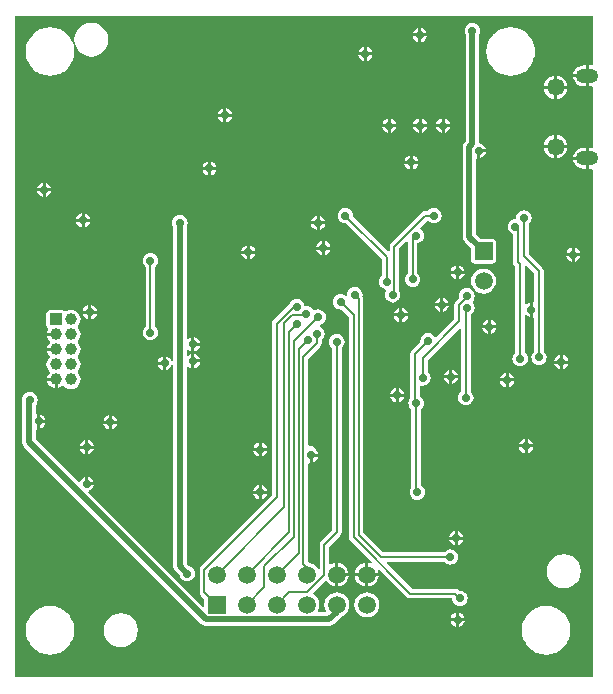
<source format=gbl>
G04 Layer_Physical_Order=2*
G04 Layer_Color=16711680*
%FSLAX43Y43*%
%MOMM*%
G71*
G01*
G75*
%ADD17C,1.500*%
%ADD30C,0.500*%
%ADD31C,0.200*%
%ADD32C,0.254*%
%ADD33O,1.900X1.250*%
%ADD34C,1.450*%
%ADD35R,1.500X1.500*%
%ADD36R,1.000X1.000*%
%ADD37C,1.000*%
%ADD38R,1.500X1.500*%
%ADD39C,0.700*%
G36*
X50000Y52910D02*
X49905Y52826D01*
X49825Y52837D01*
X49627D01*
Y51950D01*
Y51063D01*
X49825D01*
X49905Y51074D01*
X50000Y50990D01*
Y45910D01*
X49905Y45826D01*
X49825Y45837D01*
X49627D01*
Y44950D01*
Y44063D01*
X49825D01*
X49905Y44074D01*
X50000Y43990D01*
Y1000D01*
X1000D01*
Y57000D01*
X50000D01*
Y52910D01*
D02*
G37*
%LPC*%
G36*
X37809Y27054D02*
X37701Y27033D01*
X37501Y26899D01*
X37367Y26699D01*
X37346Y26591D01*
X37809D01*
Y27054D01*
D02*
G37*
G36*
X38063D02*
Y26591D01*
X38527D01*
X38505Y26699D01*
X38372Y26899D01*
X38172Y27033D01*
X38063Y27054D01*
D02*
G37*
G36*
X42573Y26791D02*
X42464Y26769D01*
X42265Y26635D01*
X42131Y26436D01*
X42109Y26327D01*
X42573D01*
Y26791D01*
D02*
G37*
G36*
X42827D02*
Y26327D01*
X43291D01*
X43269Y26436D01*
X43135Y26635D01*
X42936Y26769D01*
X42827Y26791D01*
D02*
G37*
G36*
X16691Y27673D02*
X16227D01*
Y27209D01*
X16336Y27231D01*
X16535Y27365D01*
X16669Y27564D01*
X16691Y27673D01*
D02*
G37*
G36*
X44125Y40556D02*
X43955Y40533D01*
X43797Y40468D01*
X43661Y40364D01*
X43557Y40228D01*
X43492Y40070D01*
X43469Y39900D01*
X43351Y39824D01*
X43230Y39808D01*
X43072Y39743D01*
X42936Y39639D01*
X42832Y39503D01*
X42767Y39345D01*
X42744Y39175D01*
X42767Y39005D01*
X42832Y38847D01*
X42936Y38711D01*
X43072Y38607D01*
X43192Y38558D01*
Y36200D01*
X43192Y36200D01*
X43223Y36044D01*
X43312Y35912D01*
X43392Y35831D01*
Y28506D01*
X43336Y28464D01*
X43232Y28328D01*
X43167Y28170D01*
X43144Y28000D01*
X43167Y27830D01*
X43232Y27672D01*
X43336Y27536D01*
X43472Y27432D01*
X43630Y27367D01*
X43800Y27344D01*
X43970Y27367D01*
X44128Y27432D01*
X44264Y27536D01*
X44368Y27672D01*
X44433Y27830D01*
X44456Y28000D01*
X44433Y28170D01*
X44368Y28328D01*
X44264Y28464D01*
X44208Y28506D01*
Y31663D01*
X44335Y31701D01*
X44514Y31581D01*
X44623Y31559D01*
Y32150D01*
Y32741D01*
X44514Y32719D01*
X44335Y32599D01*
X44208Y32637D01*
Y35836D01*
X44335Y35888D01*
X44992Y35231D01*
Y32847D01*
X44877Y32753D01*
Y32150D01*
Y31547D01*
X44992Y31453D01*
Y28606D01*
X44936Y28564D01*
X44832Y28428D01*
X44767Y28270D01*
X44744Y28100D01*
X44767Y27930D01*
X44832Y27772D01*
X44936Y27636D01*
X45072Y27532D01*
X45230Y27467D01*
X45400Y27444D01*
X45570Y27467D01*
X45728Y27532D01*
X45864Y27636D01*
X45968Y27772D01*
X46033Y27930D01*
X46056Y28100D01*
X46033Y28270D01*
X45968Y28428D01*
X45864Y28564D01*
X45808Y28606D01*
Y35400D01*
X45777Y35556D01*
X45688Y35688D01*
X45688Y35688D01*
X44533Y36844D01*
Y39394D01*
X44589Y39436D01*
X44693Y39572D01*
X44758Y39730D01*
X44781Y39900D01*
X44758Y40070D01*
X44693Y40228D01*
X44589Y40364D01*
X44453Y40468D01*
X44295Y40533D01*
X44125Y40556D01*
D02*
G37*
G36*
X47891Y27573D02*
X47427D01*
Y27109D01*
X47536Y27131D01*
X47735Y27265D01*
X47869Y27464D01*
X47891Y27573D01*
D02*
G37*
G36*
X13573Y27473D02*
X13109D01*
X13131Y27364D01*
X13265Y27165D01*
X13464Y27031D01*
X13573Y27009D01*
Y27473D01*
D02*
G37*
G36*
X47173Y27573D02*
X46709D01*
X46731Y27464D01*
X46865Y27265D01*
X47064Y27131D01*
X47173Y27109D01*
Y27573D01*
D02*
G37*
G36*
X38527Y26337D02*
X38063D01*
Y25873D01*
X38172Y25895D01*
X38372Y26028D01*
X38505Y26228D01*
X38527Y26337D01*
D02*
G37*
G36*
X33991Y24773D02*
X33527D01*
Y24309D01*
X33636Y24331D01*
X33835Y24465D01*
X33969Y24664D01*
X33991Y24773D01*
D02*
G37*
G36*
X33273Y25491D02*
X33164Y25469D01*
X32965Y25335D01*
X32831Y25136D01*
X32809Y25027D01*
X33273D01*
Y25491D01*
D02*
G37*
G36*
Y24773D02*
X32809D01*
X32831Y24664D01*
X32965Y24465D01*
X33164Y24331D01*
X33273Y24309D01*
Y24773D01*
D02*
G37*
G36*
X3150Y23268D02*
Y22804D01*
X3614D01*
X3592Y22913D01*
X3458Y23112D01*
X3259Y23246D01*
X3150Y23268D01*
D02*
G37*
G36*
X39300Y33956D02*
X39130Y33933D01*
X38972Y33868D01*
X38836Y33764D01*
X38732Y33628D01*
X38667Y33470D01*
X38644Y33300D01*
X38663Y33159D01*
X38362Y32858D01*
X38273Y32725D01*
X38242Y32569D01*
X38242Y32569D01*
Y31319D01*
X36702Y29779D01*
X36578Y29804D01*
X36568Y29828D01*
X36464Y29964D01*
X36328Y30068D01*
X36170Y30133D01*
X36000Y30156D01*
X35830Y30133D01*
X35672Y30068D01*
X35536Y29964D01*
X35432Y29828D01*
X35367Y29670D01*
X35344Y29500D01*
X35354Y29430D01*
X34633Y28709D01*
X34544Y28577D01*
X34513Y28421D01*
X34513Y28421D01*
Y24633D01*
X34432Y24528D01*
X34367Y24370D01*
X34344Y24200D01*
X34367Y24030D01*
X34432Y23872D01*
X34536Y23736D01*
X34592Y23694D01*
Y17106D01*
X34532Y17028D01*
X34467Y16870D01*
X34444Y16700D01*
X34467Y16530D01*
X34532Y16372D01*
X34636Y16236D01*
X34772Y16132D01*
X34930Y16067D01*
X35100Y16044D01*
X35270Y16067D01*
X35428Y16132D01*
X35564Y16236D01*
X35668Y16372D01*
X35733Y16530D01*
X35756Y16700D01*
X35733Y16870D01*
X35668Y17028D01*
X35564Y17164D01*
X35428Y17268D01*
X35408Y17276D01*
Y23694D01*
X35464Y23736D01*
X35568Y23872D01*
X35633Y24030D01*
X35656Y24200D01*
X35633Y24370D01*
X35568Y24528D01*
X35464Y24664D01*
X35329Y24767D01*
Y25644D01*
X35456Y25731D01*
X35571Y25715D01*
X35741Y25738D01*
X35899Y25803D01*
X36035Y25907D01*
X36139Y26043D01*
X36204Y26201D01*
X36227Y26371D01*
X36204Y26541D01*
X36139Y26699D01*
X36035Y26835D01*
X35979Y26877D01*
Y27902D01*
X38675Y30598D01*
X38792Y30549D01*
Y25206D01*
X38736Y25164D01*
X38632Y25028D01*
X38567Y24870D01*
X38544Y24700D01*
X38567Y24530D01*
X38632Y24372D01*
X38736Y24236D01*
X38872Y24132D01*
X39030Y24067D01*
X39200Y24044D01*
X39370Y24067D01*
X39528Y24132D01*
X39664Y24236D01*
X39768Y24372D01*
X39833Y24530D01*
X39856Y24700D01*
X39833Y24870D01*
X39768Y25028D01*
X39664Y25164D01*
X39608Y25206D01*
Y31724D01*
X39628Y31732D01*
X39764Y31836D01*
X39868Y31972D01*
X39933Y32130D01*
X39956Y32300D01*
X39933Y32470D01*
X39868Y32628D01*
X39806Y32709D01*
X39776Y32800D01*
X39806Y32891D01*
X39868Y32972D01*
X39933Y33130D01*
X39956Y33300D01*
X39933Y33470D01*
X39868Y33628D01*
X39764Y33764D01*
X39628Y33868D01*
X39470Y33933D01*
X39300Y33956D01*
D02*
G37*
G36*
X43291Y26073D02*
X42827D01*
Y25609D01*
X42936Y25631D01*
X43135Y25765D01*
X43269Y25964D01*
X43291Y26073D01*
D02*
G37*
G36*
X37809Y26337D02*
X37346D01*
X37367Y26228D01*
X37501Y26028D01*
X37701Y25895D01*
X37809Y25873D01*
Y26337D01*
D02*
G37*
G36*
X42573Y26073D02*
X42109D01*
X42131Y25964D01*
X42265Y25765D01*
X42464Y25631D01*
X42573Y25609D01*
Y26073D01*
D02*
G37*
G36*
X33527Y25491D02*
Y25027D01*
X33991D01*
X33969Y25136D01*
X33835Y25335D01*
X33636Y25469D01*
X33527Y25491D01*
D02*
G37*
G36*
X4378Y26106D02*
X3761D01*
X3770Y26036D01*
X3846Y25853D01*
X3967Y25695D01*
X4125Y25574D01*
X4308Y25498D01*
X4378Y25489D01*
Y26106D01*
D02*
G37*
G36*
X13573Y28191D02*
X13464Y28169D01*
X13265Y28035D01*
X13131Y27836D01*
X13109Y27727D01*
X13573D01*
Y28191D01*
D02*
G37*
G36*
X7250Y31796D02*
X6787D01*
X6808Y31687D01*
X6942Y31487D01*
X7142Y31354D01*
X7250Y31332D01*
Y31796D01*
D02*
G37*
G36*
X7968D02*
X7504D01*
Y31332D01*
X7613Y31354D01*
X7813Y31487D01*
X7946Y31687D01*
X7968Y31796D01*
D02*
G37*
G36*
X34291Y31573D02*
X33827D01*
Y31109D01*
X33936Y31131D01*
X34135Y31265D01*
X34269Y31464D01*
X34291Y31573D01*
D02*
G37*
G36*
X41327Y31291D02*
Y30827D01*
X41791D01*
X41769Y30936D01*
X41635Y31135D01*
X41436Y31269D01*
X41327Y31291D01*
D02*
G37*
G36*
X33573Y31573D02*
X33109D01*
X33131Y31464D01*
X33265Y31265D01*
X33464Y31131D01*
X33573Y31109D01*
Y31573D01*
D02*
G37*
G36*
X37754Y32437D02*
X37291D01*
Y31973D01*
X37399Y31995D01*
X37599Y32128D01*
X37733Y32328D01*
X37754Y32437D01*
D02*
G37*
G36*
X5775Y32120D02*
X5566Y32092D01*
X5372Y32012D01*
X5354Y31998D01*
X5228Y32019D01*
X5221Y32029D01*
X5122Y32096D01*
X5005Y32119D01*
X4005D01*
X3888Y32096D01*
X3789Y32029D01*
X3722Y31930D01*
X3699Y31813D01*
Y30813D01*
X3722Y30696D01*
X3789Y30597D01*
X3809Y30583D01*
X3846Y30423D01*
X3844Y30418D01*
X3770Y30240D01*
X3761Y30170D01*
X4505D01*
Y29916D01*
X3761D01*
X3770Y29846D01*
X3846Y29663D01*
X3967Y29505D01*
X4011Y29472D01*
Y29344D01*
X3967Y29311D01*
X3846Y29153D01*
X3770Y28970D01*
X3761Y28900D01*
X4505D01*
Y28646D01*
X3761D01*
X3770Y28576D01*
X3846Y28393D01*
X3967Y28235D01*
X3973Y28230D01*
Y28103D01*
X3934Y28074D01*
X3806Y27906D01*
X3726Y27712D01*
X3698Y27503D01*
X3726Y27294D01*
X3806Y27100D01*
X3934Y26932D01*
X3973Y26903D01*
Y26776D01*
X3967Y26771D01*
X3846Y26613D01*
X3770Y26430D01*
X3761Y26360D01*
X4505D01*
Y26233D01*
X4632D01*
Y25489D01*
X4702Y25498D01*
X4885Y25574D01*
X5043Y25695D01*
X5048Y25701D01*
X5175D01*
X5204Y25662D01*
X5372Y25534D01*
X5566Y25454D01*
X5775Y25426D01*
X5984Y25454D01*
X6178Y25534D01*
X6346Y25662D01*
X6474Y25830D01*
X6554Y26024D01*
X6582Y26233D01*
X6554Y26442D01*
X6474Y26636D01*
X6346Y26804D01*
X6344Y26805D01*
Y26931D01*
X6346Y26932D01*
X6474Y27100D01*
X6554Y27294D01*
X6582Y27503D01*
X6554Y27712D01*
X6474Y27906D01*
X6346Y28074D01*
X6344Y28074D01*
Y28201D01*
X6346Y28202D01*
X6474Y28370D01*
X6554Y28564D01*
X6582Y28773D01*
X6554Y28982D01*
X6474Y29176D01*
X6346Y29344D01*
X6344Y29344D01*
Y29472D01*
X6346Y29472D01*
X6474Y29640D01*
X6554Y29834D01*
X6582Y30043D01*
X6554Y30252D01*
X6474Y30446D01*
X6346Y30614D01*
X6344Y30615D01*
Y30742D01*
X6346Y30742D01*
X6474Y30910D01*
X6554Y31104D01*
X6582Y31313D01*
X6554Y31522D01*
X6474Y31716D01*
X6346Y31884D01*
X6178Y32012D01*
X5984Y32092D01*
X5775Y32120D01*
D02*
G37*
G36*
X37037Y32437D02*
X36573D01*
X36595Y32328D01*
X36728Y32128D01*
X36928Y31995D01*
X37037Y31973D01*
Y32437D01*
D02*
G37*
G36*
X33573Y32291D02*
X33464Y32269D01*
X33265Y32135D01*
X33131Y31936D01*
X33109Y31827D01*
X33573D01*
Y32291D01*
D02*
G37*
G36*
X33827D02*
Y31827D01*
X34291D01*
X34269Y31936D01*
X34135Y32135D01*
X33936Y32269D01*
X33827Y32291D01*
D02*
G37*
G36*
X15000Y40156D02*
X14830Y40133D01*
X14672Y40068D01*
X14536Y39964D01*
X14432Y39828D01*
X14367Y39670D01*
X14344Y39500D01*
X14367Y39330D01*
X14432Y39172D01*
X14439Y39163D01*
Y27631D01*
X14312Y27618D01*
X14296Y27700D01*
X14269Y27836D01*
X14135Y28035D01*
X13936Y28169D01*
X13827Y28191D01*
Y27600D01*
Y27009D01*
X13936Y27031D01*
X14135Y27165D01*
X14269Y27364D01*
X14296Y27500D01*
X14312Y27582D01*
X14439Y27569D01*
Y10400D01*
X14482Y10185D01*
X14603Y10003D01*
X14965Y9642D01*
X14967Y9630D01*
X15032Y9472D01*
X15136Y9336D01*
X15272Y9232D01*
X15430Y9167D01*
X15600Y9144D01*
X15770Y9167D01*
X15928Y9232D01*
X16064Y9336D01*
X16168Y9472D01*
X16233Y9630D01*
X16256Y9800D01*
X16233Y9970D01*
X16168Y10128D01*
X16064Y10264D01*
X15928Y10368D01*
X15770Y10433D01*
X15758Y10435D01*
X15561Y10632D01*
Y27309D01*
X15688Y27349D01*
X15864Y27231D01*
X15973Y27209D01*
Y27800D01*
Y28391D01*
X15864Y28369D01*
X15688Y28251D01*
X15561Y28291D01*
Y28709D01*
X15688Y28749D01*
X15864Y28631D01*
X15973Y28609D01*
Y29200D01*
Y29791D01*
X15864Y29769D01*
X15688Y29651D01*
X15561Y29691D01*
Y39163D01*
X15568Y39172D01*
X15633Y39330D01*
X15656Y39500D01*
X15633Y39670D01*
X15568Y39828D01*
X15464Y39964D01*
X15328Y40068D01*
X15170Y40133D01*
X15000Y40156D01*
D02*
G37*
G36*
X16691Y29073D02*
X16227D01*
Y28609D01*
X16336Y28631D01*
X16535Y28765D01*
X16669Y28964D01*
X16691Y29073D01*
D02*
G37*
G36*
X16227Y28391D02*
Y27927D01*
X16691D01*
X16669Y28036D01*
X16535Y28235D01*
X16336Y28369D01*
X16227Y28391D01*
D02*
G37*
G36*
X47173Y28291D02*
X47064Y28269D01*
X46865Y28135D01*
X46731Y27936D01*
X46709Y27827D01*
X47173D01*
Y28291D01*
D02*
G37*
G36*
X47427D02*
Y27827D01*
X47891D01*
X47869Y27936D01*
X47735Y28135D01*
X47536Y28269D01*
X47427Y28291D01*
D02*
G37*
G36*
X41791Y30573D02*
X41327D01*
Y30109D01*
X41436Y30131D01*
X41635Y30265D01*
X41769Y30464D01*
X41791Y30573D01*
D02*
G37*
G36*
X41073Y31291D02*
X40964Y31269D01*
X40765Y31135D01*
X40631Y30936D01*
X40609Y30827D01*
X41073D01*
Y31291D01*
D02*
G37*
G36*
Y30573D02*
X40609D01*
X40631Y30464D01*
X40765Y30265D01*
X40964Y30131D01*
X41073Y30109D01*
Y30573D01*
D02*
G37*
G36*
X16227Y29791D02*
Y29327D01*
X16691D01*
X16669Y29436D01*
X16535Y29635D01*
X16336Y29769D01*
X16227Y29791D01*
D02*
G37*
G36*
X12500Y36956D02*
X12330Y36933D01*
X12172Y36868D01*
X12036Y36764D01*
X11932Y36628D01*
X11867Y36470D01*
X11844Y36300D01*
X11867Y36130D01*
X11932Y35972D01*
X12036Y35836D01*
X12092Y35794D01*
Y30706D01*
X12036Y30664D01*
X11932Y30528D01*
X11867Y30370D01*
X11844Y30200D01*
X11867Y30030D01*
X11932Y29872D01*
X12036Y29736D01*
X12172Y29632D01*
X12330Y29567D01*
X12500Y29544D01*
X12670Y29567D01*
X12828Y29632D01*
X12964Y29736D01*
X13068Y29872D01*
X13133Y30030D01*
X13156Y30200D01*
X13133Y30370D01*
X13068Y30528D01*
X12964Y30664D01*
X12908Y30706D01*
Y35794D01*
X12964Y35836D01*
X13068Y35972D01*
X13133Y36130D01*
X13156Y36300D01*
X13133Y36470D01*
X13068Y36628D01*
X12964Y36764D01*
X12828Y36868D01*
X12670Y36933D01*
X12500Y36956D01*
D02*
G37*
G36*
X9227Y23191D02*
Y22727D01*
X9691D01*
X9669Y22836D01*
X9535Y23035D01*
X9336Y23169D01*
X9227Y23191D01*
D02*
G37*
G36*
X28407Y10696D02*
Y9827D01*
X29276D01*
X29258Y9962D01*
X29157Y10206D01*
X28996Y10416D01*
X28786Y10577D01*
X28542Y10678D01*
X28407Y10696D01*
D02*
G37*
G36*
X30693D02*
X30558Y10678D01*
X30314Y10577D01*
X30104Y10416D01*
X29943Y10206D01*
X29842Y9962D01*
X29824Y9827D01*
X30693D01*
Y10696D01*
D02*
G37*
G36*
X31816Y9573D02*
X30947D01*
Y8704D01*
X31082Y8722D01*
X31326Y8823D01*
X31536Y8984D01*
X31697Y9194D01*
X31798Y9438D01*
X31816Y9573D01*
D02*
G37*
G36*
X29276D02*
X28407D01*
Y8704D01*
X28542Y8722D01*
X28786Y8823D01*
X28996Y8984D01*
X29157Y9194D01*
X29258Y9438D01*
X29276Y9573D01*
D02*
G37*
G36*
X30693D02*
X29824D01*
X29842Y9438D01*
X29943Y9194D01*
X30104Y8984D01*
X30314Y8823D01*
X30558Y8722D01*
X30693Y8704D01*
Y9573D01*
D02*
G37*
G36*
X38527Y13391D02*
Y12927D01*
X38991D01*
X38969Y13036D01*
X38835Y13235D01*
X38636Y13369D01*
X38527Y13391D01*
D02*
G37*
G36*
X21673Y16573D02*
X21209D01*
X21231Y16464D01*
X21365Y16265D01*
X21564Y16131D01*
X21673Y16109D01*
Y16573D01*
D02*
G37*
G36*
X38273Y13391D02*
X38164Y13369D01*
X37965Y13235D01*
X37831Y13036D01*
X37809Y12927D01*
X38273D01*
Y13391D01*
D02*
G37*
G36*
Y12673D02*
X37809D01*
X37831Y12564D01*
X37965Y12365D01*
X38164Y12231D01*
X38273Y12209D01*
Y12673D01*
D02*
G37*
G36*
X38991D02*
X38527D01*
Y12209D01*
X38636Y12231D01*
X38835Y12365D01*
X38969Y12564D01*
X38991Y12673D01*
D02*
G37*
G36*
X38373Y6491D02*
X38264Y6469D01*
X38065Y6335D01*
X37931Y6136D01*
X37909Y6027D01*
X38373D01*
Y6491D01*
D02*
G37*
G36*
X38627D02*
Y6027D01*
X39091D01*
X39069Y6136D01*
X38935Y6335D01*
X38736Y6469D01*
X38627Y6491D01*
D02*
G37*
G36*
X39091Y5773D02*
X38627D01*
Y5309D01*
X38736Y5331D01*
X38935Y5465D01*
X39069Y5664D01*
X39091Y5773D01*
D02*
G37*
G36*
X10000Y6439D02*
X9627Y6390D01*
X9280Y6246D01*
X8982Y6018D01*
X8754Y5720D01*
X8610Y5373D01*
X8561Y5000D01*
X8610Y4627D01*
X8754Y4280D01*
X8982Y3982D01*
X9280Y3754D01*
X9627Y3610D01*
X10000Y3561D01*
X10373Y3610D01*
X10720Y3754D01*
X11018Y3982D01*
X11246Y4280D01*
X11390Y4627D01*
X11439Y5000D01*
X11390Y5373D01*
X11246Y5720D01*
X11018Y6018D01*
X10720Y6246D01*
X10373Y6390D01*
X10000Y6439D01*
D02*
G37*
G36*
X38373Y5773D02*
X37909D01*
X37931Y5664D01*
X38065Y5465D01*
X38264Y5331D01*
X38373Y5309D01*
Y5773D01*
D02*
G37*
G36*
X46000Y7064D02*
X45985Y7061D01*
X45970Y7063D01*
X45627Y7029D01*
X45598Y7020D01*
X45568Y7017D01*
X45238Y6917D01*
X45212Y6903D01*
X45183Y6894D01*
X44879Y6732D01*
X44856Y6713D01*
X44829Y6699D01*
X44563Y6480D01*
X44543Y6457D01*
X44520Y6437D01*
X44301Y6171D01*
X44287Y6144D01*
X44268Y6121D01*
X44106Y5817D01*
X44097Y5788D01*
X44083Y5762D01*
X43983Y5432D01*
X43980Y5402D01*
X43971Y5373D01*
X43937Y5030D01*
X43940Y5000D01*
X43937Y4970D01*
X43971Y4627D01*
X43980Y4598D01*
X43983Y4568D01*
X44083Y4238D01*
X44097Y4212D01*
X44106Y4183D01*
X44268Y3879D01*
X44287Y3856D01*
X44301Y3829D01*
X44520Y3563D01*
X44543Y3543D01*
X44563Y3520D01*
X44829Y3301D01*
X44856Y3287D01*
X44879Y3268D01*
X45183Y3106D01*
X45212Y3097D01*
X45238Y3083D01*
X45568Y2983D01*
X45598Y2980D01*
X45627Y2971D01*
X45970Y2937D01*
X45985Y2939D01*
X46000Y2936D01*
X46015Y2939D01*
X46030Y2937D01*
X46373Y2971D01*
X46402Y2980D01*
X46432Y2983D01*
X46762Y3083D01*
X46788Y3097D01*
X46817Y3106D01*
X47121Y3268D01*
X47144Y3287D01*
X47171Y3301D01*
X47437Y3520D01*
X47457Y3543D01*
X47480Y3563D01*
X47699Y3829D01*
X47713Y3856D01*
X47732Y3879D01*
X47894Y4183D01*
X47903Y4212D01*
X47917Y4238D01*
X48017Y4568D01*
X48020Y4598D01*
X48029Y4627D01*
X48063Y4970D01*
X48060Y5000D01*
X48063Y5030D01*
X48029Y5373D01*
X48020Y5402D01*
X48017Y5432D01*
X47917Y5762D01*
X47903Y5788D01*
X47894Y5817D01*
X47732Y6121D01*
X47713Y6144D01*
X47699Y6171D01*
X47480Y6437D01*
X47457Y6457D01*
X47437Y6480D01*
X47171Y6699D01*
X47144Y6713D01*
X47121Y6732D01*
X46817Y6894D01*
X46788Y6903D01*
X46762Y6917D01*
X46432Y7017D01*
X46402Y7020D01*
X46373Y7029D01*
X46030Y7063D01*
X46015Y7061D01*
X46000Y7064D01*
D02*
G37*
G36*
X47500Y11439D02*
X47127Y11390D01*
X46780Y11246D01*
X46482Y11018D01*
X46254Y10720D01*
X46110Y10373D01*
X46061Y10000D01*
X46110Y9627D01*
X46254Y9280D01*
X46482Y8982D01*
X46780Y8754D01*
X47127Y8610D01*
X47500Y8561D01*
X47873Y8610D01*
X48220Y8754D01*
X48518Y8982D01*
X48746Y9280D01*
X48890Y9627D01*
X48939Y10000D01*
X48890Y10373D01*
X48746Y10720D01*
X48518Y11018D01*
X48220Y11246D01*
X47873Y11390D01*
X47500Y11439D01*
D02*
G37*
G36*
X4000Y7064D02*
X3985Y7061D01*
X3970Y7063D01*
X3627Y7029D01*
X3598Y7020D01*
X3568Y7017D01*
X3238Y6917D01*
X3212Y6903D01*
X3183Y6894D01*
X2879Y6732D01*
X2856Y6713D01*
X2829Y6699D01*
X2563Y6480D01*
X2543Y6457D01*
X2520Y6437D01*
X2301Y6171D01*
X2287Y6144D01*
X2268Y6121D01*
X2106Y5817D01*
X2097Y5788D01*
X2083Y5762D01*
X1983Y5432D01*
X1980Y5402D01*
X1971Y5373D01*
X1937Y5030D01*
X1940Y5000D01*
X1937Y4970D01*
X1971Y4627D01*
X1980Y4598D01*
X1983Y4568D01*
X2083Y4238D01*
X2097Y4212D01*
X2106Y4183D01*
X2268Y3879D01*
X2287Y3856D01*
X2301Y3829D01*
X2520Y3563D01*
X2543Y3543D01*
X2563Y3520D01*
X2829Y3301D01*
X2856Y3287D01*
X2879Y3268D01*
X3183Y3106D01*
X3212Y3097D01*
X3238Y3083D01*
X3568Y2983D01*
X3598Y2980D01*
X3627Y2971D01*
X3970Y2937D01*
X3985Y2939D01*
X4000Y2936D01*
X4015Y2939D01*
X4030Y2937D01*
X4373Y2971D01*
X4402Y2980D01*
X4432Y2983D01*
X4762Y3083D01*
X4788Y3097D01*
X4817Y3106D01*
X5121Y3268D01*
X5144Y3287D01*
X5171Y3301D01*
X5437Y3520D01*
X5457Y3543D01*
X5480Y3563D01*
X5699Y3829D01*
X5713Y3856D01*
X5732Y3879D01*
X5894Y4183D01*
X5903Y4212D01*
X5917Y4238D01*
X6017Y4568D01*
X6020Y4598D01*
X6029Y4627D01*
X6063Y4970D01*
X6060Y5000D01*
X6063Y5030D01*
X6029Y5373D01*
X6020Y5402D01*
X6017Y5432D01*
X5917Y5762D01*
X5903Y5788D01*
X5894Y5817D01*
X5732Y6121D01*
X5713Y6144D01*
X5699Y6171D01*
X5480Y6437D01*
X5457Y6457D01*
X5437Y6480D01*
X5171Y6699D01*
X5144Y6713D01*
X5121Y6732D01*
X4817Y6894D01*
X4788Y6903D01*
X4762Y6917D01*
X4432Y7017D01*
X4402Y7020D01*
X4373Y7029D01*
X4030Y7063D01*
X4015Y7061D01*
X4000Y7064D01*
D02*
G37*
G36*
X30820Y8219D02*
X30546Y8183D01*
X30290Y8077D01*
X30071Y7909D01*
X29903Y7690D01*
X29797Y7434D01*
X29761Y7160D01*
X29797Y6886D01*
X29903Y6630D01*
X30071Y6411D01*
X30290Y6243D01*
X30546Y6137D01*
X30820Y6101D01*
X31094Y6137D01*
X31350Y6243D01*
X31569Y6411D01*
X31737Y6630D01*
X31843Y6886D01*
X31879Y7160D01*
X31843Y7434D01*
X31737Y7690D01*
X31569Y7909D01*
X31350Y8077D01*
X31094Y8183D01*
X30820Y8219D01*
D02*
G37*
G36*
X24900Y33056D02*
X24730Y33033D01*
X24572Y32968D01*
X24436Y32864D01*
X24332Y32728D01*
X24295Y32637D01*
X22912Y31254D01*
X22823Y31122D01*
X22792Y30966D01*
X22792Y30966D01*
Y16434D01*
X16782Y10423D01*
X16693Y10291D01*
X16662Y10135D01*
X16662Y10135D01*
Y8210D01*
X16662Y8210D01*
X16693Y8054D01*
X16782Y7922D01*
X17064Y7639D01*
Y7038D01*
X16947Y6990D01*
X7239Y16698D01*
X7276Y16819D01*
X7336Y16831D01*
X7535Y16965D01*
X7669Y17164D01*
X7691Y17273D01*
X7100D01*
Y17400D01*
X6973D01*
Y17991D01*
X6864Y17969D01*
X6665Y17835D01*
X6531Y17636D01*
X6519Y17576D01*
X6398Y17539D01*
X2784Y21153D01*
Y21979D01*
X2896Y22071D01*
Y22677D01*
Y23283D01*
X2784Y23375D01*
Y24063D01*
X2868Y24172D01*
X2933Y24330D01*
X2956Y24500D01*
X2933Y24670D01*
X2868Y24828D01*
X2764Y24964D01*
X2628Y25068D01*
X2470Y25133D01*
X2300Y25156D01*
X2130Y25133D01*
X1972Y25068D01*
X1836Y24964D01*
X1732Y24828D01*
X1667Y24670D01*
X1644Y24500D01*
X1662Y24365D01*
Y20921D01*
X1705Y20706D01*
X1826Y20524D01*
X16787Y5563D01*
X16969Y5442D01*
X17184Y5399D01*
X27660D01*
X27875Y5442D01*
X28057Y5563D01*
X28677Y6183D01*
X28680Y6189D01*
X28810Y6243D01*
X29029Y6411D01*
X29197Y6630D01*
X29303Y6886D01*
X29339Y7160D01*
X29303Y7434D01*
X29197Y7690D01*
X29029Y7909D01*
X28810Y8077D01*
X28554Y8183D01*
X28280Y8219D01*
X28006Y8183D01*
X27750Y8077D01*
X27531Y7909D01*
X27363Y7690D01*
X27257Y7434D01*
X27221Y7160D01*
X27257Y6886D01*
X27356Y6648D01*
X27331Y6585D01*
X27287Y6521D01*
X26713D01*
X26664Y6648D01*
X26763Y6886D01*
X26799Y7160D01*
X26763Y7434D01*
X26657Y7690D01*
X26489Y7909D01*
X26320Y8039D01*
X26294Y8192D01*
X27284Y9183D01*
X27434Y9153D01*
X27564Y8984D01*
X27774Y8823D01*
X28018Y8722D01*
X28153Y8704D01*
Y9700D01*
Y10696D01*
X28018Y10678D01*
X27774Y10577D01*
X27752Y10560D01*
X27638Y10616D01*
Y12086D01*
X28563Y13012D01*
X28563Y13012D01*
X28652Y13144D01*
X28683Y13300D01*
Y28919D01*
X28739Y28961D01*
X28843Y29097D01*
X28908Y29255D01*
X28931Y29425D01*
X28908Y29595D01*
X28843Y29753D01*
X28739Y29889D01*
X28603Y29993D01*
X28445Y30058D01*
X28275Y30081D01*
X28105Y30058D01*
X27947Y29993D01*
X27811Y29889D01*
X27707Y29753D01*
X27642Y29595D01*
X27619Y29425D01*
X27642Y29255D01*
X27707Y29097D01*
X27811Y28961D01*
X27867Y28919D01*
Y13469D01*
X26942Y12543D01*
X26853Y12411D01*
X26822Y12255D01*
X26822Y12255D01*
Y10163D01*
X26695Y10138D01*
X26657Y10230D01*
X26489Y10449D01*
X26270Y10617D01*
X26014Y10723D01*
X25908Y10737D01*
X25858Y10787D01*
Y19103D01*
X25973Y19197D01*
Y19800D01*
X26100D01*
Y19927D01*
X26691D01*
X26669Y20036D01*
X26535Y20235D01*
X26495Y20262D01*
X26477Y20356D01*
X26388Y20488D01*
X26256Y20577D01*
X26100Y20608D01*
X25985Y20585D01*
X25858Y20660D01*
Y27981D01*
X26888Y29012D01*
X26888Y29012D01*
X26977Y29144D01*
X27008Y29300D01*
X27008Y29300D01*
Y29594D01*
X27064Y29636D01*
X27168Y29772D01*
X27233Y29930D01*
X27256Y30100D01*
X27233Y30270D01*
X27168Y30428D01*
X27064Y30564D01*
X26928Y30668D01*
X26895Y30682D01*
X26833Y30845D01*
X26842Y30863D01*
X26870Y30867D01*
X27028Y30932D01*
X27164Y31036D01*
X27268Y31172D01*
X27333Y31330D01*
X27356Y31500D01*
X27333Y31670D01*
X27268Y31828D01*
X27164Y31964D01*
X27028Y32068D01*
X26870Y32133D01*
X26700Y32156D01*
X26530Y32133D01*
X26422Y32088D01*
X26268Y32128D01*
X26164Y32264D01*
X26028Y32368D01*
X25870Y32433D01*
X25700Y32456D01*
X25551Y32436D01*
X25533Y32570D01*
X25468Y32728D01*
X25364Y32864D01*
X25228Y32968D01*
X25070Y33033D01*
X24900Y33056D01*
D02*
G37*
G36*
X22391Y16573D02*
X21927D01*
Y16109D01*
X22036Y16131D01*
X22235Y16265D01*
X22369Y16464D01*
X22391Y16573D01*
D02*
G37*
G36*
X7227Y21091D02*
Y20627D01*
X7691D01*
X7669Y20736D01*
X7535Y20935D01*
X7336Y21069D01*
X7227Y21091D01*
D02*
G37*
G36*
X44173Y21191D02*
X44064Y21169D01*
X43865Y21035D01*
X43731Y20836D01*
X43709Y20727D01*
X44173D01*
Y21191D01*
D02*
G37*
G36*
X6973Y21091D02*
X6864Y21069D01*
X6665Y20935D01*
X6531Y20736D01*
X6509Y20627D01*
X6973D01*
Y21091D01*
D02*
G37*
G36*
X21673Y20891D02*
X21564Y20869D01*
X21365Y20735D01*
X21231Y20536D01*
X21209Y20427D01*
X21673D01*
Y20891D01*
D02*
G37*
G36*
X21927D02*
Y20427D01*
X22391D01*
X22369Y20536D01*
X22235Y20735D01*
X22036Y20869D01*
X21927Y20891D01*
D02*
G37*
G36*
X3614Y22550D02*
X3150D01*
Y22086D01*
X3259Y22108D01*
X3458Y22242D01*
X3592Y22441D01*
X3614Y22550D01*
D02*
G37*
G36*
X8973Y23191D02*
X8864Y23169D01*
X8665Y23035D01*
X8531Y22836D01*
X8509Y22727D01*
X8973D01*
Y23191D01*
D02*
G37*
G36*
X9691Y22473D02*
X9227D01*
Y22009D01*
X9336Y22031D01*
X9535Y22165D01*
X9669Y22364D01*
X9691Y22473D01*
D02*
G37*
G36*
X44427Y21191D02*
Y20727D01*
X44891D01*
X44869Y20836D01*
X44735Y21035D01*
X44536Y21169D01*
X44427Y21191D01*
D02*
G37*
G36*
X8973Y22473D02*
X8509D01*
X8531Y22364D01*
X8665Y22165D01*
X8864Y22031D01*
X8973Y22009D01*
Y22473D01*
D02*
G37*
G36*
X26691Y19673D02*
X26227D01*
Y19209D01*
X26336Y19231D01*
X26535Y19365D01*
X26669Y19564D01*
X26691Y19673D01*
D02*
G37*
G36*
X21673Y20173D02*
X21209D01*
X21231Y20064D01*
X21365Y19865D01*
X21564Y19731D01*
X21673Y19709D01*
Y20173D01*
D02*
G37*
G36*
X7227Y17991D02*
Y17527D01*
X7691D01*
X7669Y17636D01*
X7535Y17835D01*
X7336Y17969D01*
X7227Y17991D01*
D02*
G37*
G36*
X21673Y17291D02*
X21564Y17269D01*
X21365Y17135D01*
X21231Y16936D01*
X21209Y16827D01*
X21673D01*
Y17291D01*
D02*
G37*
G36*
X21927D02*
Y16827D01*
X22391D01*
X22369Y16936D01*
X22235Y17135D01*
X22036Y17269D01*
X21927Y17291D01*
D02*
G37*
G36*
X44173Y20473D02*
X43709D01*
X43731Y20364D01*
X43865Y20165D01*
X44064Y20031D01*
X44173Y20009D01*
Y20473D01*
D02*
G37*
G36*
X44891D02*
X44427D01*
Y20009D01*
X44536Y20031D01*
X44735Y20165D01*
X44869Y20364D01*
X44891Y20473D01*
D02*
G37*
G36*
X7691Y20373D02*
X7227D01*
Y19909D01*
X7336Y19931D01*
X7535Y20065D01*
X7669Y20264D01*
X7691Y20373D01*
D02*
G37*
G36*
X22391Y20173D02*
X21927D01*
Y19709D01*
X22036Y19731D01*
X22235Y19865D01*
X22369Y20064D01*
X22391Y20173D01*
D02*
G37*
G36*
X6973Y20373D02*
X6509D01*
X6531Y20264D01*
X6665Y20065D01*
X6864Y19931D01*
X6973Y19909D01*
Y20373D01*
D02*
G37*
G36*
X7504Y32513D02*
Y32050D01*
X7968D01*
X7946Y32158D01*
X7813Y32358D01*
X7613Y32492D01*
X7504Y32513D01*
D02*
G37*
G36*
X37866Y47598D02*
X37402D01*
Y47134D01*
X37511Y47156D01*
X37710Y47290D01*
X37844Y47489D01*
X37866Y47598D01*
D02*
G37*
G36*
X32598Y48316D02*
X32489Y48294D01*
X32290Y48160D01*
X32156Y47961D01*
X32134Y47852D01*
X32598D01*
Y48316D01*
D02*
G37*
G36*
X37148Y47598D02*
X36684D01*
X36706Y47489D01*
X36840Y47290D01*
X37039Y47156D01*
X37148Y47134D01*
Y47598D01*
D02*
G37*
G36*
X35198D02*
X34734D01*
X34756Y47489D01*
X34890Y47290D01*
X35089Y47156D01*
X35198Y47134D01*
Y47598D01*
D02*
G37*
G36*
X35916D02*
X35452D01*
Y47134D01*
X35561Y47156D01*
X35760Y47290D01*
X35894Y47489D01*
X35916Y47598D01*
D02*
G37*
G36*
X37148Y48316D02*
X37039Y48294D01*
X36840Y48160D01*
X36706Y47961D01*
X36684Y47852D01*
X37148D01*
Y48316D01*
D02*
G37*
G36*
X37402D02*
Y47852D01*
X37866D01*
X37844Y47961D01*
X37710Y48160D01*
X37511Y48294D01*
X37402Y48316D01*
D02*
G37*
G36*
X35452D02*
Y47852D01*
X35916D01*
X35894Y47961D01*
X35760Y48160D01*
X35561Y48294D01*
X35452Y48316D01*
D02*
G37*
G36*
X32852D02*
Y47852D01*
X33316D01*
X33294Y47961D01*
X33160Y48160D01*
X32961Y48294D01*
X32852Y48316D01*
D02*
G37*
G36*
X35198D02*
X35089Y48294D01*
X34890Y48160D01*
X34756Y47961D01*
X34734Y47852D01*
X35198D01*
Y48316D01*
D02*
G37*
G36*
X47771Y45823D02*
X46927D01*
Y44979D01*
X47056Y44996D01*
X47294Y45095D01*
X47498Y45252D01*
X47655Y45456D01*
X47754Y45694D01*
X47771Y45823D01*
D02*
G37*
G36*
X40891Y45473D02*
X40427D01*
Y45009D01*
X40536Y45031D01*
X40735Y45165D01*
X40869Y45364D01*
X40891Y45473D01*
D02*
G37*
G36*
X46673Y45823D02*
X45829D01*
X45846Y45694D01*
X45945Y45456D01*
X46102Y45252D01*
X46306Y45095D01*
X46544Y44996D01*
X46673Y44979D01*
Y45823D01*
D02*
G37*
G36*
X34473Y45191D02*
X34364Y45169D01*
X34165Y45035D01*
X34031Y44836D01*
X34009Y44727D01*
X34473D01*
Y45191D01*
D02*
G37*
G36*
X34727D02*
Y44727D01*
X35191D01*
X35169Y44836D01*
X35035Y45035D01*
X34836Y45169D01*
X34727Y45191D01*
D02*
G37*
G36*
X32598Y47598D02*
X32134D01*
X32156Y47489D01*
X32290Y47290D01*
X32489Y47156D01*
X32598Y47134D01*
Y47598D01*
D02*
G37*
G36*
X33316D02*
X32852D01*
Y47134D01*
X32961Y47156D01*
X33160Y47290D01*
X33294Y47489D01*
X33316Y47598D01*
D02*
G37*
G36*
X46927Y46921D02*
Y46077D01*
X47771D01*
X47754Y46206D01*
X47655Y46444D01*
X47498Y46648D01*
X47294Y46805D01*
X47056Y46904D01*
X46927Y46921D01*
D02*
G37*
G36*
X49373Y45837D02*
X49175D01*
X48946Y45806D01*
X48732Y45718D01*
X48548Y45577D01*
X48407Y45393D01*
X48319Y45179D01*
X48305Y45077D01*
X49373D01*
Y45837D01*
D02*
G37*
G36*
X46673Y46921D02*
X46544Y46904D01*
X46306Y46805D01*
X46102Y46648D01*
X45945Y46444D01*
X45846Y46206D01*
X45829Y46077D01*
X46673D01*
Y46921D01*
D02*
G37*
G36*
X18673Y48473D02*
X18209D01*
X18231Y48364D01*
X18365Y48165D01*
X18564Y48031D01*
X18673Y48009D01*
Y48473D01*
D02*
G37*
G36*
X30827Y54391D02*
Y53927D01*
X31291D01*
X31269Y54036D01*
X31135Y54235D01*
X30936Y54369D01*
X30827Y54391D01*
D02*
G37*
G36*
X35173Y55273D02*
X34709D01*
X34731Y55164D01*
X34865Y54965D01*
X35064Y54831D01*
X35173Y54809D01*
Y55273D01*
D02*
G37*
G36*
X30573Y54391D02*
X30464Y54369D01*
X30265Y54235D01*
X30131Y54036D01*
X30109Y53927D01*
X30573D01*
Y54391D01*
D02*
G37*
G36*
X31291Y53673D02*
X30827D01*
Y53209D01*
X30936Y53231D01*
X31135Y53365D01*
X31269Y53564D01*
X31291Y53673D01*
D02*
G37*
G36*
X7500Y56439D02*
X7127Y56390D01*
X6780Y56246D01*
X6482Y56018D01*
X6254Y55720D01*
X6110Y55373D01*
X6061Y55000D01*
X6110Y54627D01*
X6254Y54280D01*
X6482Y53982D01*
X6780Y53754D01*
X7127Y53610D01*
X7500Y53561D01*
X7873Y53610D01*
X8220Y53754D01*
X8518Y53982D01*
X8746Y54280D01*
X8890Y54627D01*
X8939Y55000D01*
X8890Y55373D01*
X8746Y55720D01*
X8518Y56018D01*
X8220Y56246D01*
X7873Y56390D01*
X7500Y56439D01*
D02*
G37*
G36*
X4000Y56064D02*
X3985Y56061D01*
X3970Y56063D01*
X3627Y56029D01*
X3598Y56020D01*
X3568Y56017D01*
X3238Y55917D01*
X3212Y55903D01*
X3183Y55894D01*
X2879Y55732D01*
X2856Y55713D01*
X2829Y55699D01*
X2563Y55480D01*
X2543Y55457D01*
X2520Y55437D01*
X2301Y55171D01*
X2287Y55144D01*
X2268Y55121D01*
X2106Y54817D01*
X2097Y54788D01*
X2083Y54762D01*
X1983Y54432D01*
X1980Y54402D01*
X1971Y54373D01*
X1937Y54030D01*
X1940Y54000D01*
X1937Y53970D01*
X1971Y53627D01*
X1980Y53598D01*
X1983Y53568D01*
X2083Y53238D01*
X2097Y53212D01*
X2106Y53183D01*
X2268Y52879D01*
X2287Y52856D01*
X2301Y52829D01*
X2520Y52563D01*
X2543Y52543D01*
X2563Y52520D01*
X2829Y52301D01*
X2856Y52287D01*
X2879Y52268D01*
X3183Y52106D01*
X3212Y52097D01*
X3238Y52083D01*
X3568Y51983D01*
X3598Y51980D01*
X3627Y51971D01*
X3970Y51937D01*
X3985Y51939D01*
X4000Y51936D01*
X4015Y51939D01*
X4030Y51937D01*
X4373Y51971D01*
X4402Y51980D01*
X4432Y51983D01*
X4762Y52083D01*
X4788Y52097D01*
X4817Y52106D01*
X5121Y52268D01*
X5144Y52287D01*
X5171Y52301D01*
X5437Y52520D01*
X5457Y52543D01*
X5480Y52563D01*
X5699Y52829D01*
X5713Y52856D01*
X5732Y52879D01*
X5894Y53183D01*
X5903Y53212D01*
X5917Y53238D01*
X6017Y53568D01*
X6020Y53598D01*
X6029Y53627D01*
X6063Y53970D01*
X6060Y54000D01*
X6063Y54030D01*
X6029Y54373D01*
X6020Y54402D01*
X6017Y54432D01*
X5917Y54762D01*
X5903Y54788D01*
X5894Y54817D01*
X5732Y55121D01*
X5713Y55144D01*
X5699Y55171D01*
X5480Y55437D01*
X5457Y55457D01*
X5437Y55480D01*
X5171Y55699D01*
X5144Y55713D01*
X5121Y55732D01*
X4817Y55894D01*
X4788Y55903D01*
X4762Y55917D01*
X4432Y56017D01*
X4402Y56020D01*
X4373Y56029D01*
X4030Y56063D01*
X4015Y56061D01*
X4000Y56064D01*
D02*
G37*
G36*
X43000D02*
X42985Y56061D01*
X42970Y56063D01*
X42627Y56029D01*
X42598Y56020D01*
X42568Y56017D01*
X42238Y55917D01*
X42212Y55903D01*
X42183Y55894D01*
X41879Y55732D01*
X41856Y55713D01*
X41829Y55699D01*
X41563Y55480D01*
X41543Y55457D01*
X41520Y55437D01*
X41301Y55171D01*
X41287Y55144D01*
X41268Y55121D01*
X41106Y54817D01*
X41097Y54788D01*
X41083Y54762D01*
X40983Y54432D01*
X40980Y54402D01*
X40971Y54373D01*
X40937Y54030D01*
X40940Y54000D01*
X40937Y53970D01*
X40971Y53627D01*
X40980Y53598D01*
X40983Y53568D01*
X41083Y53238D01*
X41097Y53212D01*
X41106Y53183D01*
X41268Y52879D01*
X41287Y52856D01*
X41301Y52829D01*
X41520Y52563D01*
X41543Y52543D01*
X41563Y52520D01*
X41829Y52301D01*
X41856Y52287D01*
X41879Y52268D01*
X42183Y52106D01*
X42212Y52097D01*
X42238Y52083D01*
X42568Y51983D01*
X42598Y51980D01*
X42627Y51971D01*
X42970Y51937D01*
X42985Y51939D01*
X43000Y51936D01*
X43015Y51939D01*
X43030Y51937D01*
X43373Y51971D01*
X43402Y51980D01*
X43432Y51983D01*
X43762Y52083D01*
X43788Y52097D01*
X43817Y52106D01*
X44121Y52268D01*
X44144Y52287D01*
X44171Y52301D01*
X44437Y52520D01*
X44457Y52543D01*
X44480Y52563D01*
X44699Y52829D01*
X44713Y52856D01*
X44732Y52879D01*
X44894Y53183D01*
X44903Y53212D01*
X44917Y53238D01*
X45017Y53568D01*
X45020Y53598D01*
X45029Y53627D01*
X45063Y53970D01*
X45060Y54000D01*
X45063Y54030D01*
X45029Y54373D01*
X45020Y54402D01*
X45017Y54432D01*
X44917Y54762D01*
X44903Y54788D01*
X44894Y54817D01*
X44732Y55121D01*
X44713Y55144D01*
X44699Y55171D01*
X44480Y55437D01*
X44457Y55457D01*
X44437Y55480D01*
X44171Y55699D01*
X44144Y55713D01*
X44121Y55732D01*
X43817Y55894D01*
X43788Y55903D01*
X43762Y55917D01*
X43432Y56017D01*
X43402Y56020D01*
X43373Y56029D01*
X43030Y56063D01*
X43015Y56061D01*
X43000Y56064D01*
D02*
G37*
G36*
X35427Y55991D02*
Y55527D01*
X35891D01*
X35869Y55636D01*
X35735Y55835D01*
X35536Y55969D01*
X35427Y55991D01*
D02*
G37*
G36*
X35891Y55273D02*
X35427D01*
Y54809D01*
X35536Y54831D01*
X35735Y54965D01*
X35869Y55164D01*
X35891Y55273D01*
D02*
G37*
G36*
X35173Y55991D02*
X35064Y55969D01*
X34865Y55835D01*
X34731Y55636D01*
X34709Y55527D01*
X35173D01*
Y55991D01*
D02*
G37*
G36*
X46673Y50823D02*
X45829D01*
X45846Y50694D01*
X45945Y50456D01*
X46102Y50252D01*
X46306Y50095D01*
X46544Y49996D01*
X46673Y49979D01*
Y50823D01*
D02*
G37*
G36*
X47771D02*
X46927D01*
Y49979D01*
X47056Y49996D01*
X47294Y50095D01*
X47498Y50252D01*
X47655Y50456D01*
X47754Y50694D01*
X47771Y50823D01*
D02*
G37*
G36*
X18927Y49191D02*
Y48727D01*
X19391D01*
X19369Y48836D01*
X19235Y49035D01*
X19036Y49169D01*
X18927Y49191D01*
D02*
G37*
G36*
X19391Y48473D02*
X18927D01*
Y48009D01*
X19036Y48031D01*
X19235Y48165D01*
X19369Y48364D01*
X19391Y48473D01*
D02*
G37*
G36*
X18673Y49191D02*
X18564Y49169D01*
X18365Y49035D01*
X18231Y48836D01*
X18209Y48727D01*
X18673D01*
Y49191D01*
D02*
G37*
G36*
X49373Y52837D02*
X49175D01*
X48946Y52806D01*
X48732Y52718D01*
X48548Y52577D01*
X48407Y52393D01*
X48319Y52179D01*
X48305Y52077D01*
X49373D01*
Y52837D01*
D02*
G37*
G36*
X30573Y53673D02*
X30109D01*
X30131Y53564D01*
X30265Y53365D01*
X30464Y53231D01*
X30573Y53209D01*
Y53673D01*
D02*
G37*
G36*
X46927Y51921D02*
Y51077D01*
X47771D01*
X47754Y51206D01*
X47655Y51444D01*
X47498Y51648D01*
X47294Y51805D01*
X47056Y51904D01*
X46927Y51921D01*
D02*
G37*
G36*
X49373Y51823D02*
X48305D01*
X48319Y51721D01*
X48407Y51507D01*
X48548Y51323D01*
X48732Y51182D01*
X48946Y51094D01*
X49175Y51063D01*
X49373D01*
Y51823D01*
D02*
G37*
G36*
X46673Y51921D02*
X46544Y51904D01*
X46306Y51805D01*
X46102Y51648D01*
X45945Y51444D01*
X45846Y51206D01*
X45829Y51077D01*
X46673D01*
Y51921D01*
D02*
G37*
G36*
X17627Y44691D02*
Y44227D01*
X18091D01*
X18069Y44336D01*
X17935Y44535D01*
X17736Y44669D01*
X17627Y44691D01*
D02*
G37*
G36*
X21391Y36873D02*
X20927D01*
Y36409D01*
X21036Y36431D01*
X21235Y36565D01*
X21369Y36764D01*
X21391Y36873D01*
D02*
G37*
G36*
X27023Y37223D02*
X26559D01*
X26581Y37114D01*
X26715Y36915D01*
X26914Y36781D01*
X27023Y36759D01*
Y37223D01*
D02*
G37*
G36*
X20673Y36873D02*
X20209D01*
X20231Y36764D01*
X20365Y36565D01*
X20564Y36431D01*
X20673Y36409D01*
Y36873D01*
D02*
G37*
G36*
X48173Y36673D02*
X47709D01*
X47731Y36564D01*
X47865Y36365D01*
X48064Y36231D01*
X48173Y36209D01*
Y36673D01*
D02*
G37*
G36*
X48891D02*
X48427D01*
Y36209D01*
X48536Y36231D01*
X48735Y36365D01*
X48869Y36564D01*
X48891Y36673D01*
D02*
G37*
G36*
X20673Y37591D02*
X20564Y37569D01*
X20365Y37435D01*
X20231Y37236D01*
X20209Y37127D01*
X20673D01*
Y37591D01*
D02*
G37*
G36*
X20927D02*
Y37127D01*
X21391D01*
X21369Y37236D01*
X21235Y37435D01*
X21036Y37569D01*
X20927Y37591D01*
D02*
G37*
G36*
X48427Y37391D02*
Y36927D01*
X48891D01*
X48869Y37036D01*
X48735Y37235D01*
X48536Y37369D01*
X48427Y37391D01*
D02*
G37*
G36*
X27741Y37223D02*
X27277D01*
Y36759D01*
X27386Y36781D01*
X27585Y36915D01*
X27719Y37114D01*
X27741Y37223D01*
D02*
G37*
G36*
X48173Y37391D02*
X48064Y37369D01*
X47865Y37235D01*
X47731Y37036D01*
X47709Y36927D01*
X48173D01*
Y37391D01*
D02*
G37*
G36*
X29800Y34056D02*
X29630Y34033D01*
X29472Y33968D01*
X29336Y33864D01*
X29232Y33728D01*
X29167Y33570D01*
X29144Y33400D01*
X29151Y33348D01*
X29146Y33343D01*
X29031Y33289D01*
X28928Y33368D01*
X28770Y33433D01*
X28600Y33456D01*
X28430Y33433D01*
X28272Y33368D01*
X28136Y33264D01*
X28032Y33128D01*
X27967Y32970D01*
X27944Y32800D01*
X27967Y32630D01*
X28032Y32472D01*
X28136Y32336D01*
X28272Y32232D01*
X28430Y32167D01*
X28600Y32144D01*
X28670Y32154D01*
X29292Y31531D01*
Y12900D01*
X29292Y12900D01*
X29323Y12744D01*
X29412Y12612D01*
X31296Y10727D01*
X31224Y10619D01*
X31082Y10678D01*
X30947Y10696D01*
Y9827D01*
X31816D01*
X31798Y9962D01*
X31739Y10104D01*
X31847Y10176D01*
X34212Y7812D01*
X34344Y7723D01*
X34500Y7692D01*
X34500Y7692D01*
X38045D01*
X38067Y7530D01*
X38132Y7372D01*
X38236Y7236D01*
X38372Y7132D01*
X38530Y7067D01*
X38700Y7044D01*
X38870Y7067D01*
X39028Y7132D01*
X39164Y7236D01*
X39268Y7372D01*
X39333Y7530D01*
X39356Y7700D01*
X39333Y7870D01*
X39268Y8028D01*
X39164Y8164D01*
X39028Y8268D01*
X38870Y8333D01*
X38700Y8356D01*
X38630Y8346D01*
X38588Y8388D01*
X38456Y8477D01*
X38300Y8508D01*
X38300Y8508D01*
X34669D01*
X32502Y10675D01*
X32551Y10792D01*
X37394D01*
X37436Y10736D01*
X37572Y10632D01*
X37730Y10567D01*
X37900Y10544D01*
X38070Y10567D01*
X38228Y10632D01*
X38364Y10736D01*
X38468Y10872D01*
X38533Y11030D01*
X38556Y11200D01*
X38533Y11370D01*
X38468Y11528D01*
X38364Y11664D01*
X38228Y11768D01*
X38070Y11833D01*
X37900Y11856D01*
X37730Y11833D01*
X37572Y11768D01*
X37436Y11664D01*
X37394Y11608D01*
X32169D01*
X30532Y13245D01*
Y33076D01*
X30532Y33076D01*
X30501Y33232D01*
X30445Y33316D01*
X30456Y33400D01*
X30433Y33570D01*
X30368Y33728D01*
X30264Y33864D01*
X30128Y33968D01*
X29970Y34033D01*
X29800Y34056D01*
D02*
G37*
G36*
X40700Y35619D02*
X40426Y35583D01*
X40170Y35477D01*
X39951Y35309D01*
X39783Y35090D01*
X39677Y34834D01*
X39641Y34560D01*
X39677Y34286D01*
X39783Y34030D01*
X39951Y33811D01*
X40170Y33643D01*
X40426Y33537D01*
X40700Y33501D01*
X40974Y33537D01*
X41230Y33643D01*
X41449Y33811D01*
X41617Y34030D01*
X41723Y34286D01*
X41759Y34560D01*
X41723Y34834D01*
X41617Y35090D01*
X41449Y35309D01*
X41230Y35477D01*
X40974Y35583D01*
X40700Y35619D01*
D02*
G37*
G36*
X37291Y33154D02*
Y32691D01*
X37754D01*
X37733Y32799D01*
X37599Y32999D01*
X37399Y33133D01*
X37291Y33154D01*
D02*
G37*
G36*
X7250Y32513D02*
X7212Y32505D01*
X7200Y32508D01*
X7044Y32477D01*
X6912Y32388D01*
X6823Y32256D01*
X6792Y32100D01*
X6795Y32088D01*
X6787Y32050D01*
X7250D01*
Y32513D01*
D02*
G37*
G36*
X37037Y33154D02*
X36928Y33133D01*
X36728Y32999D01*
X36595Y32799D01*
X36573Y32691D01*
X37037D01*
Y33154D01*
D02*
G37*
G36*
X38627Y35891D02*
Y35427D01*
X39091D01*
X39069Y35536D01*
X38935Y35735D01*
X38736Y35869D01*
X38627Y35891D01*
D02*
G37*
G36*
X39750Y56406D02*
X39580Y56383D01*
X39422Y56318D01*
X39286Y56214D01*
X39182Y56078D01*
X39117Y55920D01*
X39094Y55750D01*
X39117Y55580D01*
X39182Y55422D01*
X39189Y55413D01*
Y46414D01*
X39103Y46328D01*
X38982Y46146D01*
X38939Y45931D01*
Y38300D01*
X38982Y38085D01*
X39103Y37903D01*
X39644Y37363D01*
Y36350D01*
X39667Y36233D01*
X39734Y36134D01*
X39833Y36067D01*
X39950Y36044D01*
X41450D01*
X41567Y36067D01*
X41666Y36134D01*
X41733Y36233D01*
X41756Y36350D01*
Y37850D01*
X41733Y37967D01*
X41666Y38066D01*
X41567Y38133D01*
X41450Y38156D01*
X40437D01*
X40061Y38532D01*
Y44902D01*
X40173Y44994D01*
Y45600D01*
X40300D01*
Y45727D01*
X40891D01*
X40869Y45836D01*
X40735Y46035D01*
X40536Y46169D01*
X40311Y46214D01*
Y55413D01*
X40318Y55422D01*
X40383Y55580D01*
X40406Y55750D01*
X40383Y55920D01*
X40318Y56078D01*
X40214Y56214D01*
X40078Y56318D01*
X39920Y56383D01*
X39750Y56406D01*
D02*
G37*
G36*
X38373Y35891D02*
X38264Y35869D01*
X38065Y35735D01*
X37931Y35536D01*
X37909Y35427D01*
X38373D01*
Y35891D01*
D02*
G37*
G36*
Y35173D02*
X37909D01*
X37931Y35064D01*
X38065Y34865D01*
X38264Y34731D01*
X38373Y34709D01*
Y35173D01*
D02*
G37*
G36*
X39091D02*
X38627D01*
Y34709D01*
X38736Y34731D01*
X38935Y34865D01*
X39069Y35064D01*
X39091Y35173D01*
D02*
G37*
G36*
X27023Y37941D02*
X26914Y37919D01*
X26715Y37785D01*
X26581Y37586D01*
X26559Y37477D01*
X27023D01*
Y37941D01*
D02*
G37*
G36*
X3627Y42891D02*
Y42427D01*
X4091D01*
X4069Y42536D01*
X3935Y42735D01*
X3736Y42869D01*
X3627Y42891D01*
D02*
G37*
G36*
X17373Y43973D02*
X16909D01*
X16931Y43864D01*
X17065Y43665D01*
X17264Y43531D01*
X17373Y43509D01*
Y43973D01*
D02*
G37*
G36*
X3373Y42891D02*
X3264Y42869D01*
X3065Y42735D01*
X2931Y42536D01*
X2909Y42427D01*
X3373D01*
Y42891D01*
D02*
G37*
G36*
Y42173D02*
X2909D01*
X2931Y42064D01*
X3065Y41865D01*
X3264Y41731D01*
X3373Y41709D01*
Y42173D01*
D02*
G37*
G36*
X4091D02*
X3627D01*
Y41709D01*
X3736Y41731D01*
X3935Y41865D01*
X4069Y42064D01*
X4091Y42173D01*
D02*
G37*
G36*
X49373Y44823D02*
X48305D01*
X48319Y44721D01*
X48407Y44507D01*
X48548Y44323D01*
X48732Y44182D01*
X48946Y44094D01*
X49175Y44063D01*
X49373D01*
Y44823D01*
D02*
G37*
G36*
X17373Y44691D02*
X17264Y44669D01*
X17065Y44535D01*
X16931Y44336D01*
X16909Y44227D01*
X17373D01*
Y44691D01*
D02*
G37*
G36*
X35191Y44473D02*
X34727D01*
Y44009D01*
X34836Y44031D01*
X35035Y44165D01*
X35169Y44364D01*
X35191Y44473D01*
D02*
G37*
G36*
X18091Y43973D02*
X17627D01*
Y43509D01*
X17736Y43531D01*
X17935Y43665D01*
X18069Y43864D01*
X18091Y43973D01*
D02*
G37*
G36*
X34473Y44473D02*
X34009D01*
X34031Y44364D01*
X34165Y44165D01*
X34364Y44031D01*
X34473Y44009D01*
Y44473D01*
D02*
G37*
G36*
X6673Y39573D02*
X6209D01*
X6231Y39464D01*
X6365Y39265D01*
X6564Y39131D01*
X6673Y39109D01*
Y39573D01*
D02*
G37*
G36*
X7391D02*
X6927D01*
Y39109D01*
X7036Y39131D01*
X7235Y39265D01*
X7369Y39464D01*
X7391Y39573D01*
D02*
G37*
G36*
X27291Y39373D02*
X26827D01*
Y38909D01*
X26936Y38931D01*
X27135Y39065D01*
X27269Y39264D01*
X27291Y39373D01*
D02*
G37*
G36*
X27277Y37941D02*
Y37477D01*
X27741D01*
X27719Y37586D01*
X27585Y37785D01*
X27386Y37919D01*
X27277Y37941D01*
D02*
G37*
G36*
X26573Y39373D02*
X26109D01*
X26131Y39264D01*
X26265Y39065D01*
X26464Y38931D01*
X26573Y38909D01*
Y39373D01*
D02*
G37*
G36*
X6927Y40291D02*
Y39827D01*
X7391D01*
X7369Y39936D01*
X7235Y40135D01*
X7036Y40269D01*
X6927Y40291D01*
D02*
G37*
G36*
X36500Y40756D02*
X36330Y40733D01*
X36172Y40668D01*
X36036Y40564D01*
X35994Y40508D01*
X35781D01*
X35781Y40508D01*
X35625Y40477D01*
X35492Y40388D01*
X35492Y40388D01*
X32862Y37758D01*
X32773Y37625D01*
X32742Y37469D01*
X32742Y37469D01*
Y37101D01*
X32625Y37052D01*
X29646Y40030D01*
X29656Y40100D01*
X29633Y40270D01*
X29568Y40428D01*
X29464Y40564D01*
X29328Y40668D01*
X29170Y40733D01*
X29000Y40756D01*
X28830Y40733D01*
X28672Y40668D01*
X28536Y40564D01*
X28432Y40428D01*
X28367Y40270D01*
X28344Y40100D01*
X28367Y39930D01*
X28432Y39772D01*
X28536Y39636D01*
X28672Y39532D01*
X28830Y39467D01*
X29000Y39444D01*
X29070Y39454D01*
X32092Y36431D01*
Y35006D01*
X32036Y34964D01*
X31932Y34828D01*
X31867Y34670D01*
X31844Y34500D01*
X31867Y34330D01*
X31932Y34172D01*
X32036Y34036D01*
X32172Y33932D01*
X32330Y33867D01*
X32374Y33861D01*
X32432Y33728D01*
X32367Y33570D01*
X32344Y33400D01*
X32367Y33230D01*
X32432Y33072D01*
X32536Y32936D01*
X32672Y32832D01*
X32830Y32767D01*
X33000Y32744D01*
X33170Y32767D01*
X33328Y32832D01*
X33464Y32936D01*
X33568Y33072D01*
X33633Y33230D01*
X33656Y33400D01*
X33633Y33570D01*
X33568Y33728D01*
X33558Y33741D01*
Y37300D01*
X34175Y37917D01*
X34292Y37869D01*
Y35206D01*
X34236Y35164D01*
X34132Y35028D01*
X34067Y34870D01*
X34044Y34700D01*
X34067Y34530D01*
X34132Y34372D01*
X34236Y34236D01*
X34372Y34132D01*
X34530Y34067D01*
X34700Y34044D01*
X34870Y34067D01*
X35028Y34132D01*
X35164Y34236D01*
X35268Y34372D01*
X35333Y34530D01*
X35356Y34700D01*
X35333Y34870D01*
X35268Y35028D01*
X35164Y35164D01*
X35108Y35206D01*
Y37758D01*
X35169Y37767D01*
X35328Y37832D01*
X35463Y37936D01*
X35568Y38072D01*
X35633Y38230D01*
X35655Y38400D01*
X35633Y38570D01*
X35568Y38728D01*
X35463Y38863D01*
X35371Y38934D01*
X35343Y39085D01*
X35889Y39631D01*
X36036Y39636D01*
X36172Y39532D01*
X36330Y39467D01*
X36500Y39444D01*
X36670Y39467D01*
X36828Y39532D01*
X36964Y39636D01*
X37068Y39772D01*
X37133Y39930D01*
X37156Y40100D01*
X37133Y40270D01*
X37068Y40428D01*
X36964Y40564D01*
X36828Y40668D01*
X36670Y40733D01*
X36500Y40756D01*
D02*
G37*
G36*
X6673Y40291D02*
X6564Y40269D01*
X6365Y40135D01*
X6231Y39936D01*
X6209Y39827D01*
X6673D01*
Y40291D01*
D02*
G37*
G36*
X26573Y40091D02*
X26464Y40069D01*
X26265Y39935D01*
X26131Y39736D01*
X26109Y39627D01*
X26573D01*
Y40091D01*
D02*
G37*
G36*
X26827D02*
Y39627D01*
X27291D01*
X27269Y39736D01*
X27135Y39935D01*
X26936Y40069D01*
X26827Y40091D01*
D02*
G37*
%LPD*%
D17*
X30820Y9700D02*
D03*
Y7160D02*
D03*
X28280Y9700D02*
D03*
Y7160D02*
D03*
X25740Y9700D02*
D03*
Y7160D02*
D03*
X23200Y9700D02*
D03*
Y7160D02*
D03*
X20660Y9700D02*
D03*
Y7160D02*
D03*
X18120Y9700D02*
D03*
X40700Y34560D02*
D03*
D30*
X15000Y10400D02*
Y39500D01*
Y10400D02*
X15600Y9800D01*
X2223Y24423D02*
X2300Y24500D01*
X2223Y20921D02*
Y24423D01*
Y20921D02*
X17184Y5960D01*
X27660D01*
X28280Y6580D01*
Y7160D01*
X39500Y45931D02*
X39750Y46181D01*
Y55750D01*
X39500Y38300D02*
X40700Y37100D01*
X39500Y38300D02*
Y45931D01*
D31*
X29000Y39900D02*
Y40100D01*
X38300Y8100D02*
X38700Y7700D01*
X34500Y8100D02*
X38300D01*
X29700Y12900D02*
X34500Y8100D01*
X17070Y10135D02*
X23200Y16265D01*
X38650Y32569D02*
X39300Y33219D01*
Y33300D01*
X38650Y31150D02*
Y32569D01*
X35571Y28071D02*
X38650Y31150D01*
X39200Y32200D02*
X39300Y32300D01*
X39200Y24700D02*
Y32200D01*
X37164Y32564D02*
X37200Y32600D01*
X35571Y26371D02*
Y28071D01*
X3000Y22700D02*
X3023Y22677D01*
X28275Y13300D02*
Y29425D01*
X27230Y9705D02*
Y12255D01*
X28275Y13300D01*
X25735Y8210D02*
X27230Y9705D01*
X24250Y8210D02*
X25735D01*
X23200Y7160D02*
X24250Y8210D01*
X22150Y8650D02*
Y10396D01*
X20660Y7160D02*
X22150Y8650D01*
X23850Y31050D02*
X24500Y31700D01*
X23850Y15430D02*
Y31050D01*
X18120Y9700D02*
X23850Y15430D01*
X17070Y8210D02*
X18120Y7160D01*
X17070Y8210D02*
Y10135D01*
X12500Y30200D02*
Y36300D01*
X34921Y28421D02*
X36000Y29500D01*
X20660Y9700D02*
Y9776D01*
X45400Y28100D02*
Y35400D01*
X43800Y28000D02*
Y36000D01*
X37936Y26464D02*
X38000Y26400D01*
X44700Y32200D02*
X44750Y32150D01*
X7200Y32100D02*
X7377Y31923D01*
X44125Y36675D02*
X45400Y35400D01*
X44125Y36675D02*
Y39900D01*
X43600Y36200D02*
X43800Y36000D01*
X43600Y36200D02*
Y38975D01*
X43400Y39175D02*
X43600Y38975D01*
X34700Y34700D02*
Y38100D01*
X35000Y38400D01*
X27100Y37400D02*
X27150Y37350D01*
X25740Y9700D02*
X26054Y10014D01*
X20660Y9700D02*
X24250Y13290D01*
Y30250D01*
X22150Y10396D02*
X24650Y12896D01*
X23200Y9700D02*
X25050Y11550D01*
X26100Y19800D02*
Y20200D01*
X34921Y24279D02*
Y28421D01*
Y24279D02*
X35000Y24200D01*
Y16800D02*
X35100Y16700D01*
X35000Y16800D02*
Y24200D01*
X25050Y11550D02*
Y28850D01*
X25800Y29600D01*
X25450Y28150D02*
X26600Y29300D01*
X25450Y10618D02*
Y28150D01*
Y10618D02*
X26054Y10014D01*
X24250Y30250D02*
X24900Y30900D01*
X26600Y29300D02*
Y30100D01*
X24650Y29450D02*
X26700Y31500D01*
X24650Y12896D02*
Y29450D01*
X24500Y31700D02*
X25600D01*
X25700Y31800D01*
X23200Y16265D02*
Y30966D01*
X24634Y32400D01*
X24900D01*
X28600Y32800D02*
X29700Y31700D01*
Y12900D02*
Y31700D01*
X32000Y11200D02*
X37900D01*
X30124Y13076D02*
X32000Y11200D01*
X30124Y13076D02*
Y33076D01*
X29800Y33400D02*
X30124Y33076D01*
X35781Y40100D02*
X36500D01*
X32500Y34500D02*
Y36600D01*
X33150Y37469D02*
X35781Y40100D01*
X33000Y33400D02*
X33150Y33550D01*
Y37469D01*
X29000Y40100D02*
X32500Y36600D01*
D32*
X37275Y47725D02*
X37300Y47700D01*
X35300D02*
X35325Y47725D01*
X32700Y47700D02*
X32725Y47725D01*
X30700Y53800D02*
X30700Y53800D01*
D33*
X49500Y51950D02*
D03*
Y44950D02*
D03*
D34*
X46800Y50950D02*
D03*
Y45950D02*
D03*
D35*
X18120Y7160D02*
D03*
D36*
X4505Y31313D02*
D03*
D37*
X5775D02*
D03*
X4505Y30043D02*
D03*
X5775D02*
D03*
X4505Y28773D02*
D03*
X5775D02*
D03*
X4505Y27503D02*
D03*
X5775D02*
D03*
X4505Y26233D02*
D03*
X5775D02*
D03*
D38*
X40700Y37100D02*
D03*
D39*
X35300Y55400D02*
D03*
X15000Y39500D02*
D03*
X15600Y9800D02*
D03*
X13700Y27600D02*
D03*
X18800Y48600D02*
D03*
X29000Y40100D02*
D03*
X26700Y39500D02*
D03*
X35000Y38400D02*
D03*
X36500Y40100D02*
D03*
X38700Y7700D02*
D03*
X37900Y11200D02*
D03*
X40300Y45600D02*
D03*
X39300Y33300D02*
D03*
Y32300D02*
D03*
X38500Y35300D02*
D03*
X37164Y32564D02*
D03*
X2300Y24500D02*
D03*
X3023Y22677D02*
D03*
X12500Y36300D02*
D03*
Y30200D02*
D03*
X35100Y16700D02*
D03*
X21800D02*
D03*
X36000Y29500D02*
D03*
X45400Y28100D02*
D03*
X43800Y28000D02*
D03*
X35571Y26371D02*
D03*
X39200Y24700D02*
D03*
X37936Y26464D02*
D03*
X41200Y30700D02*
D03*
X44750Y32150D02*
D03*
X48300Y36800D02*
D03*
X42700Y26200D02*
D03*
X47300Y27700D02*
D03*
X38500Y5900D02*
D03*
X38400Y12800D02*
D03*
X3500Y42300D02*
D03*
X17500Y44100D02*
D03*
X7100Y17400D02*
D03*
Y20500D02*
D03*
X9100Y22600D02*
D03*
X44300Y20600D02*
D03*
X7377Y31923D02*
D03*
X34600Y44600D02*
D03*
X37275Y47725D02*
D03*
X35325D02*
D03*
X32725D02*
D03*
X30700Y53800D02*
D03*
X6800Y39700D02*
D03*
X44125Y39900D02*
D03*
X43400Y39175D02*
D03*
X34700Y34700D02*
D03*
X39750Y55750D02*
D03*
X27150Y37350D02*
D03*
X20800Y37000D02*
D03*
X26100Y19800D02*
D03*
X35000Y24200D02*
D03*
X33400Y24900D02*
D03*
X16100Y27800D02*
D03*
Y29200D02*
D03*
X21800Y20300D02*
D03*
X33700Y31700D02*
D03*
X25800Y29600D02*
D03*
X28275Y29425D02*
D03*
X24900Y30900D02*
D03*
X26600Y30100D02*
D03*
X26700Y31500D02*
D03*
X25700Y31800D02*
D03*
X24900Y32400D02*
D03*
X28600Y32800D02*
D03*
X29800Y33400D02*
D03*
X33000D02*
D03*
X32500Y34500D02*
D03*
M02*

</source>
